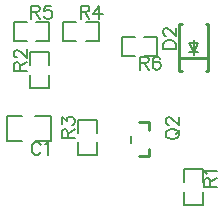
<source format=gto>
G04 Layer: TopSilkLayer*
G04 EasyEDA v6.1.52, Fri, 02 Aug 2019 09:48:55 GMT*
G04 017f6ad9517e406d9769b934d1664338,d60483f80e02402a9409f1f04c283df6,10*
G04 Gerber Generator version 0.2*
G04 Scale: 100 percent, Rotated: No, Reflected: No *
G04 Dimensions in millimeters *
G04 leading zeros omitted , absolute positions ,3 integer and 3 decimal *
%FSLAX33Y33*%
%MOMM*%
G90*
G71D02*

%ADD10C,0.254000*%
%ADD21C,0.200000*%
%ADD22C,0.127000*%
%ADD23C,0.199898*%
%ADD24C,0.152400*%

%LPD*%
G54D10*
G01X45480Y18503D02*
G01X45480Y17844D01*
G01X45480Y18503D01*
G01X45480Y17844D01*
G01X44665Y17844D01*
G01X44665Y20763D02*
G01X45480Y20763D01*
G01X45480Y20104D01*
G54D21*
G01X43931Y19603D02*
G01X43931Y19004D01*
G54D22*
G01X49276Y27678D02*
G01X49276Y26408D01*
G01X49276Y27424D02*
G01X48895Y27424D01*
G01X48895Y27424D02*
G01X49276Y26662D01*
G01X49276Y26662D02*
G01X48895Y26662D01*
G01X49276Y27424D02*
G01X49657Y27424D01*
G01X49657Y27424D02*
G01X49276Y26662D01*
G01X49276Y26662D02*
G01X49657Y26662D01*
G54D10*
G01X50520Y26187D02*
G01X48031Y26187D01*
G01X48260Y25044D02*
G01X48026Y25044D01*
G01X48026Y29042D01*
G01X48260Y29042D01*
G01X50292Y25044D02*
G01X50525Y25044D01*
G01X50525Y29042D01*
G01X50292Y29042D01*
G54D21*
G01X39458Y19830D02*
G01X39458Y20930D01*
G01X41059Y20930D01*
G01X41059Y19830D01*
G01X39458Y19030D02*
G01X39458Y17930D01*
G01X40458Y17930D01*
G01X41059Y17930D01*
G01X41059Y19030D01*
G54D23*
G01X34751Y21227D02*
G01X33431Y21227D01*
G01X33431Y19157D01*
G01X34751Y19157D01*
G01X35883Y21227D02*
G01X37203Y21227D01*
G01X37203Y19157D01*
G01X35883Y19157D01*
G54D21*
G01X40150Y29248D02*
G01X41250Y29248D01*
G01X41250Y27647D01*
G01X40150Y27647D01*
G01X39350Y29248D02*
G01X38250Y29248D01*
G01X38250Y28248D01*
G01X38250Y27647D01*
G01X39350Y27647D01*
G01X50076Y14840D02*
G01X50076Y13740D01*
G01X48475Y13740D01*
G01X48475Y14840D01*
G01X50076Y15640D02*
G01X50076Y16740D01*
G01X49076Y16740D01*
G01X48475Y16740D01*
G01X48475Y15640D01*
G01X35394Y25545D02*
G01X35394Y26645D01*
G01X36995Y26645D01*
G01X36995Y25545D01*
G01X35394Y24745D02*
G01X35394Y23645D01*
G01X36394Y23645D01*
G01X36995Y23645D01*
G01X36995Y24745D01*
G01X35959Y29248D02*
G01X37059Y29248D01*
G01X37059Y27647D01*
G01X35959Y27647D01*
G01X35159Y29248D02*
G01X34059Y29248D01*
G01X34059Y28248D01*
G01X34059Y27647D01*
G01X35159Y27647D01*
G01X44304Y26377D02*
G01X43204Y26377D01*
G01X43204Y27978D01*
G01X44304Y27978D01*
G01X45104Y26377D02*
G01X46204Y26377D01*
G01X46204Y27377D01*
G01X46204Y27978D01*
G01X45104Y27978D01*
G54D24*
G01X46906Y19616D02*
G01X46959Y19512D01*
G01X47063Y19408D01*
G01X47168Y19354D01*
G01X47323Y19304D01*
G01X47582Y19304D01*
G01X47739Y19354D01*
G01X47843Y19408D01*
G01X47947Y19512D01*
G01X47998Y19616D01*
G01X47998Y19824D01*
G01X47947Y19926D01*
G01X47843Y20030D01*
G01X47739Y20083D01*
G01X47582Y20134D01*
G01X47323Y20134D01*
G01X47168Y20083D01*
G01X47063Y20030D01*
G01X46959Y19926D01*
G01X46906Y19824D01*
G01X46906Y19616D01*
G01X47790Y19771D02*
G01X48102Y20083D01*
G01X47168Y20530D02*
G01X47114Y20530D01*
G01X47010Y20581D01*
G01X46959Y20634D01*
G01X46906Y20739D01*
G01X46906Y20944D01*
G01X46959Y21048D01*
G01X47010Y21102D01*
G01X47114Y21153D01*
G01X47218Y21153D01*
G01X47323Y21102D01*
G01X47477Y20998D01*
G01X47998Y20477D01*
G01X47998Y21206D01*
G01X46682Y26949D02*
G01X47772Y26949D01*
G01X46682Y26949D02*
G01X46682Y27312D01*
G01X46733Y27470D01*
G01X46837Y27571D01*
G01X46941Y27625D01*
G01X47096Y27675D01*
G01X47355Y27675D01*
G01X47513Y27625D01*
G01X47617Y27571D01*
G01X47721Y27470D01*
G01X47772Y27312D01*
G01X47772Y26949D01*
G01X46941Y28072D02*
G01X46888Y28072D01*
G01X46784Y28122D01*
G01X46733Y28176D01*
G01X46682Y28280D01*
G01X46682Y28486D01*
G01X46733Y28590D01*
G01X46784Y28643D01*
G01X46888Y28694D01*
G01X46992Y28694D01*
G01X47096Y28643D01*
G01X47254Y28539D01*
G01X47772Y28018D01*
G01X47772Y28747D01*
G01X38115Y19392D02*
G01X39204Y19392D01*
G01X38115Y19392D02*
G01X38115Y19860D01*
G01X38166Y20015D01*
G01X38216Y20068D01*
G01X38320Y20119D01*
G01X38425Y20119D01*
G01X38529Y20068D01*
G01X38582Y20015D01*
G01X38633Y19860D01*
G01X38633Y19392D01*
G01X38633Y19756D02*
G01X39204Y20119D01*
G01X38115Y20566D02*
G01X38115Y21137D01*
G01X38529Y20828D01*
G01X38529Y20982D01*
G01X38582Y21087D01*
G01X38633Y21137D01*
G01X38788Y21191D01*
G01X38892Y21191D01*
G01X39049Y21137D01*
G01X39154Y21033D01*
G01X39204Y20878D01*
G01X39204Y20723D01*
G01X39154Y20566D01*
G01X39100Y20515D01*
G01X38996Y20462D01*
G01X36340Y18800D02*
G01X36286Y18904D01*
G01X36182Y19009D01*
G01X36080Y19059D01*
G01X35872Y19059D01*
G01X35768Y19009D01*
G01X35664Y18904D01*
G01X35611Y18800D01*
G01X35560Y18643D01*
G01X35560Y18384D01*
G01X35611Y18229D01*
G01X35664Y18125D01*
G01X35768Y18021D01*
G01X35872Y17967D01*
G01X36080Y17967D01*
G01X36182Y18021D01*
G01X36286Y18125D01*
G01X36340Y18229D01*
G01X36682Y18851D02*
G01X36787Y18904D01*
G01X36942Y19059D01*
G01X36942Y17967D01*
G01X39712Y30591D02*
G01X39712Y29502D01*
G01X39712Y30591D02*
G01X40180Y30591D01*
G01X40335Y30540D01*
G01X40388Y30490D01*
G01X40439Y30386D01*
G01X40439Y30281D01*
G01X40388Y30177D01*
G01X40335Y30124D01*
G01X40180Y30073D01*
G01X39712Y30073D01*
G01X40076Y30073D02*
G01X40439Y29502D01*
G01X41302Y30591D02*
G01X40782Y29865D01*
G01X41562Y29865D01*
G01X41302Y30591D02*
G01X41302Y29502D01*
G01X50175Y15278D02*
G01X51264Y15278D01*
G01X50175Y15278D02*
G01X50175Y15745D01*
G01X50225Y15900D01*
G01X50276Y15953D01*
G01X50380Y16004D01*
G01X50485Y16004D01*
G01X50589Y15953D01*
G01X50642Y15900D01*
G01X50693Y15745D01*
G01X50693Y15278D01*
G01X50693Y15641D02*
G01X51264Y16004D01*
G01X50380Y16347D02*
G01X50330Y16451D01*
G01X50175Y16609D01*
G01X51264Y16609D01*
G01X34051Y25107D02*
G01X35140Y25107D01*
G01X34051Y25107D02*
G01X34051Y25575D01*
G01X34102Y25730D01*
G01X34152Y25783D01*
G01X34256Y25834D01*
G01X34361Y25834D01*
G01X34465Y25783D01*
G01X34518Y25730D01*
G01X34569Y25575D01*
G01X34569Y25107D01*
G01X34569Y25471D02*
G01X35140Y25834D01*
G01X34310Y26230D02*
G01X34256Y26230D01*
G01X34152Y26281D01*
G01X34102Y26334D01*
G01X34051Y26438D01*
G01X34051Y26644D01*
G01X34102Y26748D01*
G01X34152Y26802D01*
G01X34256Y26852D01*
G01X34361Y26852D01*
G01X34465Y26802D01*
G01X34622Y26697D01*
G01X35140Y26177D01*
G01X35140Y26906D01*
G01X35521Y30591D02*
G01X35521Y29502D01*
G01X35521Y30591D02*
G01X35989Y30591D01*
G01X36144Y30540D01*
G01X36197Y30490D01*
G01X36248Y30386D01*
G01X36248Y30281D01*
G01X36197Y30177D01*
G01X36144Y30124D01*
G01X35989Y30073D01*
G01X35521Y30073D01*
G01X35885Y30073D02*
G01X36248Y29502D01*
G01X37216Y30591D02*
G01X36695Y30591D01*
G01X36644Y30124D01*
G01X36695Y30177D01*
G01X36852Y30228D01*
G01X37007Y30228D01*
G01X37162Y30177D01*
G01X37266Y30073D01*
G01X37320Y29918D01*
G01X37320Y29814D01*
G01X37266Y29657D01*
G01X37162Y29552D01*
G01X37007Y29502D01*
G01X36852Y29502D01*
G01X36695Y29552D01*
G01X36644Y29606D01*
G01X36591Y29710D01*
G01X44742Y26278D02*
G01X44742Y25189D01*
G01X44742Y26278D02*
G01X45209Y26278D01*
G01X45364Y26228D01*
G01X45417Y26177D01*
G01X45468Y26073D01*
G01X45468Y25968D01*
G01X45417Y25864D01*
G01X45364Y25811D01*
G01X45209Y25760D01*
G01X44742Y25760D01*
G01X45105Y25760D02*
G01X45468Y25189D01*
G01X46436Y26123D02*
G01X46382Y26228D01*
G01X46228Y26278D01*
G01X46123Y26278D01*
G01X45968Y26228D01*
G01X45864Y26073D01*
G01X45811Y25811D01*
G01X45811Y25552D01*
G01X45864Y25344D01*
G01X45968Y25239D01*
G01X46123Y25189D01*
G01X46177Y25189D01*
G01X46332Y25239D01*
G01X46436Y25344D01*
G01X46487Y25501D01*
G01X46487Y25552D01*
G01X46436Y25707D01*
G01X46332Y25811D01*
G01X46177Y25864D01*
G01X46123Y25864D01*
G01X45968Y25811D01*
G01X45864Y25707D01*
G01X45811Y25552D01*
M00*
M02*

</source>
